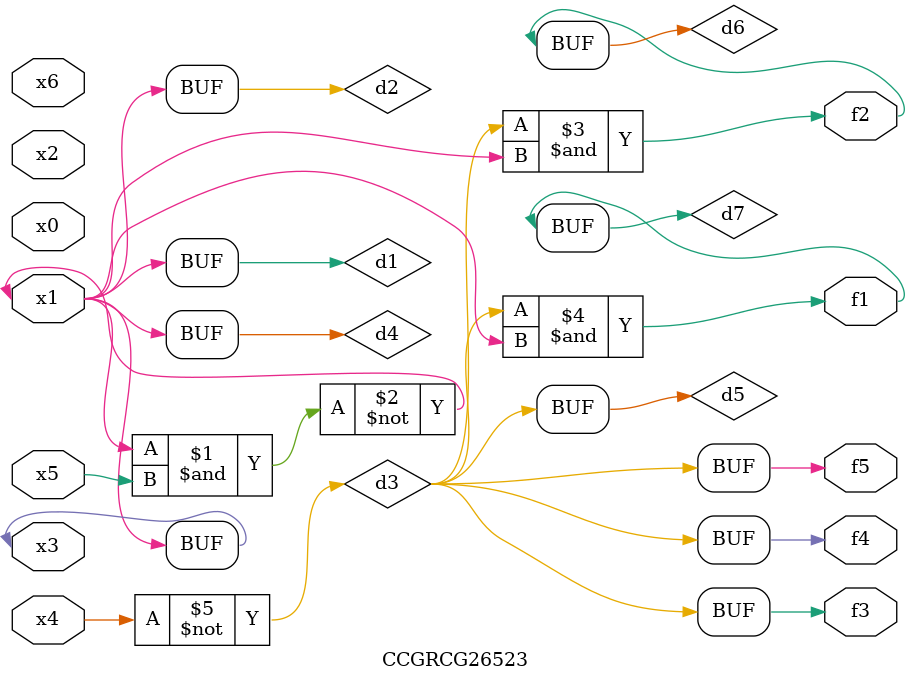
<source format=v>
module CCGRCG26523(
	input x0, x1, x2, x3, x4, x5, x6,
	output f1, f2, f3, f4, f5
);

	wire d1, d2, d3, d4, d5, d6, d7;

	buf (d1, x1, x3);
	nand (d2, x1, x5);
	not (d3, x4);
	buf (d4, d1, d2);
	buf (d5, d3);
	and (d6, d3, d4);
	and (d7, d3, d4);
	assign f1 = d7;
	assign f2 = d6;
	assign f3 = d5;
	assign f4 = d5;
	assign f5 = d5;
endmodule

</source>
